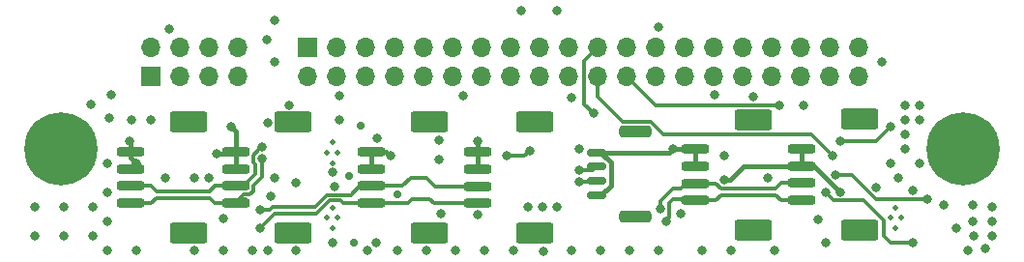
<source format=gbr>
%TF.GenerationSoftware,KiCad,Pcbnew,7.0.8*%
%TF.CreationDate,2024-02-04T14:44:40+01:00*%
%TF.ProjectId,HatV2,48617456-322e-46b6-9963-61645f706362,V2*%
%TF.SameCoordinates,PX5faea10PY6c663e8*%
%TF.FileFunction,Copper,L4,Bot*%
%TF.FilePolarity,Positive*%
%FSLAX46Y46*%
G04 Gerber Fmt 4.6, Leading zero omitted, Abs format (unit mm)*
G04 Created by KiCad (PCBNEW 7.0.8) date 2024-02-04 14:44:40*
%MOMM*%
%LPD*%
G01*
G04 APERTURE LIST*
G04 Aperture macros list*
%AMRoundRect*
0 Rectangle with rounded corners*
0 $1 Rounding radius*
0 $2 $3 $4 $5 $6 $7 $8 $9 X,Y pos of 4 corners*
0 Add a 4 corners polygon primitive as box body*
4,1,4,$2,$3,$4,$5,$6,$7,$8,$9,$2,$3,0*
0 Add four circle primitives for the rounded corners*
1,1,$1+$1,$2,$3*
1,1,$1+$1,$4,$5*
1,1,$1+$1,$6,$7*
1,1,$1+$1,$8,$9*
0 Add four rect primitives between the rounded corners*
20,1,$1+$1,$2,$3,$4,$5,0*
20,1,$1+$1,$4,$5,$6,$7,0*
20,1,$1+$1,$6,$7,$8,$9,0*
20,1,$1+$1,$8,$9,$2,$3,0*%
G04 Aperture macros list end*
%TA.AperFunction,ComponentPad*%
%ADD10C,0.500000*%
%TD*%
%TA.AperFunction,ComponentPad*%
%ADD11R,1.700000X1.700000*%
%TD*%
%TA.AperFunction,ComponentPad*%
%ADD12O,1.700000X1.700000*%
%TD*%
%TA.AperFunction,ComponentPad*%
%ADD13C,0.800000*%
%TD*%
%TA.AperFunction,ComponentPad*%
%ADD14C,6.400000*%
%TD*%
%TA.AperFunction,SMDPad,CuDef*%
%ADD15RoundRect,0.200000X1.000000X-0.200000X1.000000X0.200000X-1.000000X0.200000X-1.000000X-0.200000X0*%
%TD*%
%TA.AperFunction,SMDPad,CuDef*%
%ADD16RoundRect,0.250000X1.400000X-0.650000X1.400000X0.650000X-1.400000X0.650000X-1.400000X-0.650000X0*%
%TD*%
%TA.AperFunction,SMDPad,CuDef*%
%ADD17RoundRect,0.150000X0.700000X-0.150000X0.700000X0.150000X-0.700000X0.150000X-0.700000X-0.150000X0*%
%TD*%
%TA.AperFunction,SMDPad,CuDef*%
%ADD18RoundRect,0.250000X1.150000X-0.250000X1.150000X0.250000X-1.150000X0.250000X-1.150000X-0.250000X0*%
%TD*%
%TA.AperFunction,ViaPad*%
%ADD19C,0.800000*%
%TD*%
%TA.AperFunction,ViaPad*%
%ADD20C,0.700000*%
%TD*%
%TA.AperFunction,Conductor*%
%ADD21C,0.300000*%
%TD*%
%TA.AperFunction,Conductor*%
%ADD22C,0.400000*%
%TD*%
G04 APERTURE END LIST*
D10*
%TO.P,U7,9,PAD*%
%TO.N,GND*%
X78425000Y3470000D03*
X77925000Y2570000D03*
X77925000Y4370000D03*
X77425000Y3470000D03*
%TD*%
D11*
%TO.P,J5,1,Pin_1*%
%TO.N,+3V3*%
X26411000Y18415000D03*
D12*
%TO.P,J5,2,Pin_2*%
%TO.N,+5V*%
X26411000Y15875000D03*
%TO.P,J5,3,Pin_3*%
%TO.N,/I2C_GP5_DAT*%
X28951000Y18415000D03*
%TO.P,J5,4,Pin_4*%
%TO.N,+5V*%
X28951000Y15875000D03*
%TO.P,J5,5,Pin_5*%
%TO.N,/I2C_GP5_CLK*%
X31491000Y18415000D03*
%TO.P,J5,6,Pin_6*%
%TO.N,GND*%
X31491000Y15875000D03*
%TO.P,J5,7,Pin_7*%
%TO.N,/MCLK05*%
X34031000Y18415000D03*
%TO.P,J5,8,Pin_8*%
%TO.N,/UART1_TX*%
X34031000Y15875000D03*
%TO.P,J5,9,Pin_9*%
%TO.N,GND*%
X36571000Y18415000D03*
%TO.P,J5,10,Pin_10*%
%TO.N,/UART1_RX*%
X36571000Y15875000D03*
%TO.P,J5,11,Pin_11*%
%TO.N,/UART1_RTS*%
X39111000Y18415000D03*
%TO.P,J5,12,Pin_12*%
%TO.N,/I2S2_CLK*%
X39111000Y15875000D03*
%TO.P,J5,13,Pin_13*%
%TO.N,/PWM01*%
X41651000Y18415000D03*
%TO.P,J5,14,Pin_14*%
%TO.N,GND*%
X41651000Y15875000D03*
%TO.P,J5,15,Pin_15*%
%TO.N,/GPIO27_PWM2*%
X44191000Y18415000D03*
%TO.P,J5,16,Pin_16*%
%TO.N,/GPIO8_AO_DMIC_IN_DAT*%
X44191000Y15875000D03*
%TO.P,J5,17,Pin_17*%
%TO.N,+3V3*%
X46731000Y18415000D03*
%TO.P,J5,18,Pin_18*%
%TO.N,/GPIO35_PWM3*%
X46731000Y15875000D03*
%TO.P,J5,19,Pin_19*%
%TO.N,/SPI1_MOSI*%
X49271000Y18415000D03*
%TO.P,J5,20,Pin_20*%
%TO.N,GND*%
X49271000Y15875000D03*
%TO.P,J5,21,Pin_21*%
%TO.N,/SPI1_MISO*%
X51811000Y18415000D03*
%TO.P,J5,22,Pin_22*%
%TO.N,/GPIO17_40HEADER*%
X51811000Y15875000D03*
%TO.P,J5,23,Pin_23*%
%TO.N,/SPI1_SCK*%
X54351000Y18415000D03*
%TO.P,J5,24,Pin_24*%
%TO.N,/SPI1_CS0*%
X54351000Y15875000D03*
%TO.P,J5,25,Pin_25*%
%TO.N,GND*%
X56891000Y18415000D03*
%TO.P,J5,26,Pin_26*%
%TO.N,/SPI1_CS1*%
X56891000Y15875000D03*
%TO.P,J5,27,Pin_27*%
%TO.N,/I2C_GP2_DAT*%
X59431000Y18415000D03*
%TO.P,J5,28,Pin_28*%
%TO.N,/I2C_GP2_CLK*%
X59431000Y15875000D03*
%TO.P,J5,29,Pin_29*%
%TO.N,/CAN0_DIN*%
X61971000Y18415000D03*
%TO.P,J5,30,Pin_30*%
%TO.N,GND*%
X61971000Y15875000D03*
%TO.P,J5,31,Pin_31*%
%TO.N,/CAN0_DOUT*%
X64511000Y18415000D03*
%TO.P,J5,32,Pin_32*%
%TO.N,/GPIO9_CAN1_GPIO0_DMIC_CLK*%
X64511000Y15875000D03*
%TO.P,J5,33,Pin_33*%
%TO.N,/CAN1_DOUT*%
X67051000Y18415000D03*
%TO.P,J5,34,Pin_34*%
%TO.N,GND*%
X67051000Y15875000D03*
%TO.P,J5,35,Pin_35*%
%TO.N,/I2S_FS*%
X69591000Y18415000D03*
%TO.P,J5,36,Pin_36*%
%TO.N,/UART1_CTS*%
X69591000Y15875000D03*
%TO.P,J5,37,Pin_37*%
%TO.N,/CAN1_DIN*%
X72131000Y18415000D03*
%TO.P,J5,38,Pin_38*%
%TO.N,/I2S_SDIN*%
X72131000Y15875000D03*
%TO.P,J5,39,Pin_39*%
%TO.N,GND*%
X74671000Y18415000D03*
%TO.P,J5,40,Pin_40*%
%TO.N,/I2S_SDOUT*%
X74671000Y15875000D03*
%TD*%
D10*
%TO.P,U1,9,PAD*%
%TO.N,GND*%
X29075000Y9155000D03*
X28575000Y8255000D03*
X28575000Y10055000D03*
X28075000Y9155000D03*
%TD*%
D13*
%TO.P,H1,1*%
%TO.N,N/C*%
X4821000Y11897056D03*
X6518056Y7800000D03*
X6518056Y11194112D03*
X7221000Y9497056D03*
D14*
X4821000Y9497056D03*
D13*
X4821000Y7097056D03*
X3123944Y11194112D03*
X3123944Y7800000D03*
X2421000Y9497056D03*
%TD*%
D10*
%TO.P,U3,9,PAD*%
%TO.N,GND*%
X29075000Y3470000D03*
X28575000Y2570000D03*
X28575000Y4370000D03*
X28075000Y3470000D03*
%TD*%
D13*
%TO.P,H2,1*%
%TO.N,N/C*%
X83820000Y11925000D03*
X85517056Y7827944D03*
X85517056Y11222056D03*
X86220000Y9525000D03*
D14*
X83820000Y9525000D03*
D13*
X83820000Y7125000D03*
X82122944Y11222056D03*
X82122944Y7827944D03*
X81420000Y9525000D03*
%TD*%
D15*
%TO.P,J4,1,Pin_1*%
%TO.N,/CAN BUS 1/CH1+*%
X41290063Y4731884D03*
%TO.P,J4,2,Pin_2*%
%TO.N,/CAN BUS 1/CH1-*%
X41290063Y6231884D03*
%TO.P,J4,3,Pin_3*%
%TO.N,GND*%
X41290063Y7731884D03*
%TO.P,J4,4,Pin_4*%
X41290063Y9231884D03*
D16*
%TO.P,J4,MP*%
%TO.N,N/C*%
X46340063Y2131884D03*
X46340063Y11831884D03*
%TD*%
D17*
%TO.P,J7,1,Pin_1*%
%TO.N,GND*%
X51720144Y5428976D03*
%TO.P,J7,2,Pin_2*%
%TO.N,/RS232 to UART/RIN1*%
X51720144Y6678976D03*
%TO.P,J7,3,Pin_3*%
%TO.N,/RS232 to UART/DOUT1*%
X51720144Y7928976D03*
%TO.P,J7,4,Pin_4*%
%TO.N,GND*%
X51720144Y9178976D03*
D18*
%TO.P,J7,MP*%
%TO.N,N/C*%
X55070144Y3578976D03*
X55070144Y11028976D03*
%TD*%
D15*
%TO.P,J9,1,Pin_1*%
%TO.N,/CAN BUS SPI/CHS_P*%
X69670423Y4992728D03*
%TO.P,J9,2,Pin_2*%
%TO.N,/CAN BUS SPI/CHS_N*%
X69670423Y6492728D03*
%TO.P,J9,3,Pin_3*%
%TO.N,GND*%
X69670423Y7992728D03*
%TO.P,J9,4,Pin_4*%
X69670423Y9492728D03*
D16*
%TO.P,J9,MP*%
%TO.N,N/C*%
X74720423Y2392728D03*
X74720423Y12092728D03*
%TD*%
D15*
%TO.P,J8,1,Pin_1*%
%TO.N,/CAN BUS SPI/CHS_P*%
X60355000Y4965000D03*
%TO.P,J8,2,Pin_2*%
%TO.N,/CAN BUS SPI/CHS_N*%
X60355000Y6465000D03*
%TO.P,J8,3,Pin_3*%
%TO.N,GND*%
X60355000Y7965000D03*
%TO.P,J8,4,Pin_4*%
X60355000Y9465000D03*
D16*
%TO.P,J8,MP*%
%TO.N,N/C*%
X65405000Y2365000D03*
X65405000Y12065000D03*
%TD*%
D11*
%TO.P,J6,1,Pin_1*%
%TO.N,GND*%
X12700000Y15875000D03*
D12*
%TO.P,J6,2,Pin_2*%
%TO.N,/I2C_GP5_DAT*%
X12700000Y18415000D03*
%TO.P,J6,3,Pin_3*%
%TO.N,/I2C_GP5_CLK*%
X15240000Y15875000D03*
%TO.P,J6,4,Pin_4*%
%TO.N,/PWM01*%
X15240000Y18415000D03*
%TO.P,J6,5,Pin_5*%
%TO.N,/GPIO27_PWM2*%
X17780000Y15875000D03*
%TO.P,J6,6,Pin_6*%
%TO.N,/GPIO35_PWM3*%
X17780000Y18415000D03*
%TO.P,J6,7,Pin_7*%
%TO.N,/GPIO8_AO_DMIC_IN_DAT*%
X20320000Y15875000D03*
%TO.P,J6,8,Pin_8*%
%TO.N,GND*%
X20320000Y18415000D03*
%TD*%
D15*
%TO.P,J2,1,Pin_1*%
%TO.N,/CAN BUS 0/CH0+*%
X20110000Y4735000D03*
%TO.P,J2,2,Pin_2*%
%TO.N,/CAN BUS 0/CH0-*%
X20110000Y6235000D03*
%TO.P,J2,3,Pin_3*%
%TO.N,GND*%
X20110000Y7735000D03*
%TO.P,J2,4,Pin_4*%
X20110000Y9235000D03*
D16*
%TO.P,J2,MP*%
%TO.N,N/C*%
X25160000Y2135000D03*
X25160000Y11835000D03*
%TD*%
D15*
%TO.P,J3,1,Pin_1*%
%TO.N,/CAN BUS 1/CH1+*%
X32012765Y4746320D03*
%TO.P,J3,2,Pin_2*%
%TO.N,/CAN BUS 1/CH1-*%
X32012765Y6246320D03*
%TO.P,J3,3,Pin_3*%
%TO.N,GND*%
X32012765Y7746320D03*
%TO.P,J3,4,Pin_4*%
X32012765Y9246320D03*
D16*
%TO.P,J3,MP*%
%TO.N,N/C*%
X37062765Y2146320D03*
X37062765Y11846320D03*
%TD*%
D15*
%TO.P,J1,1,Pin_1*%
%TO.N,/CAN BUS 0/CH0+*%
X10929758Y4735000D03*
%TO.P,J1,2,Pin_2*%
%TO.N,/CAN BUS 0/CH0-*%
X10929758Y6235000D03*
%TO.P,J1,3,Pin_3*%
%TO.N,GND*%
X10929758Y7735000D03*
%TO.P,J1,4,Pin_4*%
X10929758Y9235000D03*
D16*
%TO.P,J1,MP*%
%TO.N,N/C*%
X15979758Y2135000D03*
X15979758Y11835000D03*
%TD*%
D19*
%TO.N,GND*%
X7467600Y13385800D03*
X9194800Y14198600D03*
X9093200Y12166600D03*
X84632800Y4546600D03*
X84632800Y3175000D03*
X84734400Y1905000D03*
X17780000Y6985000D03*
X37934857Y8572253D03*
X37934857Y10287198D03*
X38056197Y3802825D03*
X8890000Y635000D03*
X11430000Y635000D03*
X25400000Y635000D03*
X21590000Y635000D03*
X19050000Y635000D03*
X16510000Y635000D03*
X13970000Y6985000D03*
X16510000Y6985000D03*
X11430000Y8255000D03*
X8890000Y8255000D03*
X8890000Y5715000D03*
X86360000Y3175000D03*
X85750400Y736600D03*
X86360000Y1905000D03*
X86360000Y4445000D03*
X84277200Y584200D03*
X67310000Y635000D03*
X63500000Y635000D03*
X60960000Y635000D03*
X57150000Y635000D03*
X54610000Y635000D03*
X52070000Y635000D03*
X49530000Y635000D03*
X47091600Y533400D03*
X44450000Y635000D03*
X41910000Y635000D03*
X39370000Y635000D03*
X36830000Y635000D03*
X34290000Y635000D03*
X46990000Y4445000D03*
X80010000Y12065000D03*
X80010000Y8255000D03*
X78740000Y9525000D03*
X78740000Y10795000D03*
X78740000Y12065000D03*
X78740000Y13335000D03*
X80010000Y13335000D03*
X48260000Y4445000D03*
X45720000Y4445000D03*
X12700000Y12065000D03*
X10972800Y12065000D03*
X7620000Y1905000D03*
X5080000Y1905000D03*
X2540000Y1905000D03*
X7620000Y4445000D03*
X5080000Y4445000D03*
X2540000Y4445000D03*
X79375000Y5829500D03*
X28575000Y7455500D03*
X28575000Y1270000D03*
X69850000Y13335000D03*
X49530000Y13970000D03*
X29210000Y12065000D03*
X29210000Y14134500D03*
X77470000Y8255000D03*
X40005000Y14134500D03*
X28776756Y6219500D03*
X59055000Y3810000D03*
%TO.N,/CAN BUS SPI/CHS_N*%
X57346161Y4257617D03*
%TO.N,/CAN BUS SPI/CHS_P*%
X57785000Y3175000D03*
%TO.N,GND*%
X78105000Y6985000D03*
X71120000Y3339353D03*
X62865000Y6820500D03*
D20*
%TO.N,/CAN1_DIN*%
X34290000Y5496820D03*
D19*
%TO.N,GND*%
X76720500Y17145000D03*
X65405000Y14085419D03*
%TO.N,/I2C_GP5_CLK*%
X23495000Y17145000D03*
%TO.N,GND*%
X62075232Y14240187D03*
X57150000Y20155500D03*
X22860000Y19050000D03*
%TO.N,/RS232 to UART/V+*%
X45874467Y9349649D03*
X43815000Y8890000D03*
%TO.N,GND*%
X41275000Y10160000D03*
X41275000Y3732384D03*
%TO.N,/SPI to CAN/OSC2*%
X77470000Y11430000D03*
X73025000Y10160000D03*
%TO.N,+5V*%
X25400000Y6520820D03*
X76212898Y6127056D03*
X24765000Y13335000D03*
%TO.N,GND*%
X10795000Y10160000D03*
X23495000Y6985000D03*
X33655000Y8890000D03*
X32385000Y1270000D03*
X8890000Y3175000D03*
X23211114Y5363886D03*
X19685000Y11430000D03*
X22910500Y11777144D03*
X71755000Y1270000D03*
X19050000Y3359049D03*
X83185000Y2540000D03*
X58420000Y9525000D03*
X18415000Y9094423D03*
X73025000Y5715000D03*
X22934844Y635000D03*
%TO.N,+3V3*%
X66675000Y6985000D03*
X82143669Y4602226D03*
X50165000Y9525000D03*
X32489192Y10404500D03*
X31678245Y563245D03*
%TO.N,/I2C_GP5_DAT*%
X14287500Y20002500D03*
%TO.N,/GPIO8_AO_DMIC_IN_DAT*%
X45085000Y21590000D03*
%TO.N,/GPIO35_PWM3*%
X23495000Y20790500D03*
X48260000Y21590000D03*
%TO.N,/SPI1_MISO*%
X51435000Y12585500D03*
%TO.N,/GPIO17_40HEADER*%
X72390000Y8890000D03*
%TO.N,/SPI1_CS0*%
X67730304Y13335919D03*
X62869984Y8890000D03*
D20*
%TO.N,/CAN0_DIN*%
X31043245Y11501755D03*
%TO.N,/CAN0_DOUT*%
X30016904Y7110660D03*
%TO.N,/CAN1_DOUT*%
X30480000Y1270000D03*
D19*
%TO.N,/RS232 to UART/RIN1*%
X50165000Y6620497D03*
%TO.N,/RS232 to UART/DOUT1*%
X50165000Y7620000D03*
%TO.N,/CAN BUS SPI/TDX_SPI*%
X71755000Y5715000D03*
X79375000Y1270000D03*
%TO.N,/CAN BUS SPI/RDX_SPI*%
X80645000Y5080000D03*
X72637832Y7232832D03*
%TO.N,/CAN BUS 0/CH0+*%
X22428704Y8619923D03*
%TO.N,/CAN BUS 0/CH0-*%
X22428704Y9669923D03*
%TO.N,/CAN BUS 1/CH1+*%
X22225000Y2540000D03*
%TO.N,/CAN BUS 1/CH1-*%
X22225000Y4174503D03*
%TD*%
D21*
%TO.N,/CAN BUS 1/CH1+*%
X22225000Y2540000D02*
X23495000Y3810000D01*
X23495000Y3810000D02*
X27166470Y3810000D01*
X27166470Y3810000D02*
X28326470Y4970000D01*
X28326470Y4970000D02*
X29320000Y4970000D01*
X29320000Y4970000D02*
X29543680Y4746320D01*
X29543680Y4746320D02*
X32012765Y4746320D01*
%TO.N,/CAN BUS 1/CH1-*%
X31011320Y6246320D02*
X32012765Y6246320D01*
X27094363Y4445000D02*
X28119363Y5470000D01*
X23352182Y4445000D02*
X27094363Y4445000D01*
X23081685Y4174503D02*
X23352182Y4445000D01*
X30235000Y5470000D02*
X31011320Y6246320D01*
X22225000Y4174503D02*
X23081685Y4174503D01*
X28119363Y5470000D02*
X30235000Y5470000D01*
%TO.N,/CAN BUS 0/CH0+*%
X13204759Y5210000D02*
X17834999Y5210000D01*
X18309999Y4735000D02*
X20110000Y4735000D01*
X12729759Y4735000D02*
X13204759Y5210000D01*
X10929758Y4735000D02*
X12729759Y4735000D01*
X17834999Y5210000D02*
X18309999Y4735000D01*
%TO.N,/CAN BUS 0/CH0-*%
X13204759Y5760000D02*
X12729759Y6235000D01*
X17834999Y5760000D02*
X13204759Y5760000D01*
X18309999Y6235000D02*
X17834999Y5760000D01*
X20110000Y6235000D02*
X18309999Y6235000D01*
X12729759Y6235000D02*
X10929758Y6235000D01*
D22*
%TO.N,GND*%
X10929758Y7754758D02*
X10929758Y7735000D01*
X11430000Y8255000D02*
X10929758Y7754758D01*
X10929758Y8755242D02*
X11430000Y8255000D01*
X33298680Y9246320D02*
X32012765Y9246320D01*
X33655000Y8890000D02*
X33298680Y9246320D01*
X52970144Y6301158D02*
X52097962Y5428976D01*
X52970144Y8306794D02*
X52970144Y6301158D01*
X52097962Y5428976D02*
X51720144Y5428976D01*
X51720144Y9178976D02*
X52097962Y9178976D01*
X52097962Y9178976D02*
X52970144Y8306794D01*
X53975000Y9178976D02*
X58073976Y9178976D01*
X51720144Y9178976D02*
X53975000Y9178976D01*
X58073976Y9178976D02*
X58420000Y9525000D01*
D21*
%TO.N,/CAN BUS SPI/CHS_N*%
X62155001Y6465000D02*
X60355000Y6465000D01*
X62630001Y5990000D02*
X62155001Y6465000D01*
X63289526Y6017728D02*
X63261798Y5990000D01*
X67395422Y6017728D02*
X63289526Y6017728D01*
X67870422Y6492728D02*
X67395422Y6017728D01*
X69670423Y6492728D02*
X67870422Y6492728D01*
%TO.N,/CAN BUS SPI/CHS_P*%
X62630001Y5440000D02*
X62155001Y4965000D01*
X63472272Y5440000D02*
X62630001Y5440000D01*
X62155001Y4965000D02*
X60355000Y4965000D01*
X63500000Y5467728D02*
X63472272Y5440000D01*
%TO.N,/CAN BUS SPI/CHS_N*%
X63261798Y5990000D02*
X62630001Y5990000D01*
%TO.N,/CAN BUS SPI/CHS_P*%
X69670423Y4992728D02*
X67870422Y4992728D01*
X67870422Y4992728D02*
X67395422Y5467728D01*
X67395422Y5467728D02*
X63500000Y5467728D01*
D22*
%TO.N,GND*%
X63401148Y6820500D02*
X64573376Y7992728D01*
X64573376Y7992728D02*
X69670423Y7992728D01*
X62865000Y6820500D02*
X63401148Y6820500D01*
D21*
%TO.N,/CAN BUS SPI/CHS_P*%
X58095661Y4755661D02*
X58095661Y3485661D01*
X58420000Y5080000D02*
X58095661Y4755661D01*
X59055000Y5080000D02*
X58420000Y5080000D01*
X60355000Y4965000D02*
X59170000Y4965000D01*
X59170000Y4965000D02*
X59055000Y5080000D01*
X58095661Y3485661D02*
X57785000Y3175000D01*
%TO.N,/CAN BUS SPI/CHS_N*%
X59555000Y6465000D02*
X60355000Y6465000D01*
X59080000Y5990000D02*
X59555000Y6465000D01*
X57346161Y4893979D02*
X58442182Y5990000D01*
X57346161Y4257617D02*
X57346161Y4893979D01*
X58442182Y5990000D02*
X59080000Y5990000D01*
D22*
%TO.N,GND*%
X58420000Y9525000D02*
X60295000Y9525000D01*
X60295000Y9525000D02*
X60355000Y9465000D01*
D21*
%TO.N,/CAN BUS 1/CH1-*%
X34717640Y6246320D02*
X32012765Y6246320D01*
X35456320Y6985000D02*
X34717640Y6246320D01*
X36830000Y6985000D02*
X35456320Y6985000D01*
X37583116Y6231884D02*
X36830000Y6985000D01*
X41290063Y6231884D02*
X37583116Y6231884D01*
%TO.N,/CAN BUS 1/CH1+*%
X35560000Y5080000D02*
X35226320Y4746320D01*
X37116884Y5080000D02*
X35560000Y5080000D01*
X37465000Y4731884D02*
X37116884Y5080000D01*
X35226320Y4746320D02*
X32012765Y4746320D01*
X41290063Y4731884D02*
X37465000Y4731884D01*
%TO.N,/CAN BUS SPI/TDX_SPI*%
X71755000Y5715000D02*
X72505000Y4965000D01*
X76835000Y1905000D02*
X77470000Y1270000D01*
X75081470Y4965000D02*
X76835000Y3211470D01*
X76835000Y3211470D02*
X76835000Y1905000D01*
X72505000Y4965000D02*
X75081470Y4965000D01*
X77470000Y1270000D02*
X79375000Y1270000D01*
%TO.N,/RS232 to UART/V+*%
X45874467Y9349649D02*
X45414818Y8890000D01*
X45414818Y8890000D02*
X43815000Y8890000D01*
D22*
%TO.N,GND*%
X41275000Y10160000D02*
X41275000Y7746947D01*
D21*
%TO.N,/SPI to CAN/OSC2*%
X76200000Y10160000D02*
X77470000Y11430000D01*
X73025000Y10160000D02*
X76200000Y10160000D01*
D22*
%TO.N,GND*%
X73025000Y5715000D02*
X70747272Y7992728D01*
X69670423Y9492728D02*
X69670423Y7992728D01*
X31750000Y9509085D02*
X32012765Y9246320D01*
X20110000Y9235000D02*
X20110000Y7735000D01*
X70747272Y7992728D02*
X69670423Y7992728D01*
X19969423Y9094423D02*
X20110000Y9235000D01*
X69109075Y9492728D02*
X69670423Y9492728D01*
X10929758Y9235000D02*
X10929758Y10025242D01*
X10929758Y9235000D02*
X10929758Y8755242D01*
X32012765Y9246320D02*
X32012765Y7746320D01*
X20110000Y11005000D02*
X19685000Y11430000D01*
X20110000Y9235000D02*
X20110000Y11005000D01*
X18415000Y9094423D02*
X19969423Y9094423D01*
X41275000Y7746947D02*
X41290063Y7731884D01*
X10929758Y10025242D02*
X10795000Y10160000D01*
X60355000Y9465000D02*
X60355000Y7965000D01*
D21*
%TO.N,/SPI1_MISO*%
X50611000Y17215000D02*
X51811000Y18415000D01*
X51435000Y12585500D02*
X50611000Y13409500D01*
X50611000Y13409500D02*
X50611000Y17215000D01*
%TO.N,/GPIO17_40HEADER*%
X57552650Y10795000D02*
X70485000Y10795000D01*
X70485000Y10795000D02*
X72390000Y8890000D01*
X51811000Y15875000D02*
X51811000Y14099500D01*
X54031524Y11878976D02*
X56468674Y11878976D01*
X51811000Y14099500D02*
X54031524Y11878976D01*
X56468674Y11878976D02*
X57552650Y10795000D01*
%TO.N,/SPI1_CS0*%
X56890081Y13335919D02*
X54351000Y15875000D01*
X67730304Y13335919D02*
X56890081Y13335919D01*
%TO.N,/RS232 to UART/RIN1*%
X50165000Y6620497D02*
X51661665Y6620497D01*
X51661665Y6620497D02*
X51720144Y6678976D01*
%TO.N,/RS232 to UART/DOUT1*%
X50165000Y7620000D02*
X51411168Y7620000D01*
X51411168Y7620000D02*
X51720144Y7928976D01*
%TO.N,/CAN BUS SPI/RDX_SPI*%
X72637832Y7232832D02*
X74047168Y7232832D01*
X74047168Y7232832D02*
X76200000Y5080000D01*
X76200000Y5080000D02*
X80645000Y5080000D01*
%TO.N,/CAN BUS 0/CH0+*%
X22428704Y7053704D02*
X21660000Y6285000D01*
X22428704Y8619923D02*
X22428704Y7053704D01*
X20860000Y5485000D02*
X20110000Y4735000D01*
X21660000Y6285000D02*
X21660000Y5807182D01*
X20455000Y5080000D02*
X20955000Y5080000D01*
X21337818Y5485000D02*
X20860000Y5485000D01*
X20110000Y4735000D02*
X20455000Y5080000D01*
X21660000Y5807182D02*
X21337818Y5485000D01*
%TO.N,/CAN BUS 0/CH0-*%
X21678704Y8309262D02*
X21878704Y8109262D01*
X22128704Y9369923D02*
X22118043Y9369923D01*
X21878704Y7281522D02*
X20832182Y6235000D01*
X21878704Y8109262D02*
X21878704Y7281522D01*
X22118043Y9369923D02*
X21678704Y8930584D01*
X20110000Y6235000D02*
X20832182Y6235000D01*
X22428704Y9669923D02*
X22128704Y9369923D01*
X21678704Y8930584D02*
X21678704Y8309262D01*
%TD*%
M02*

</source>
